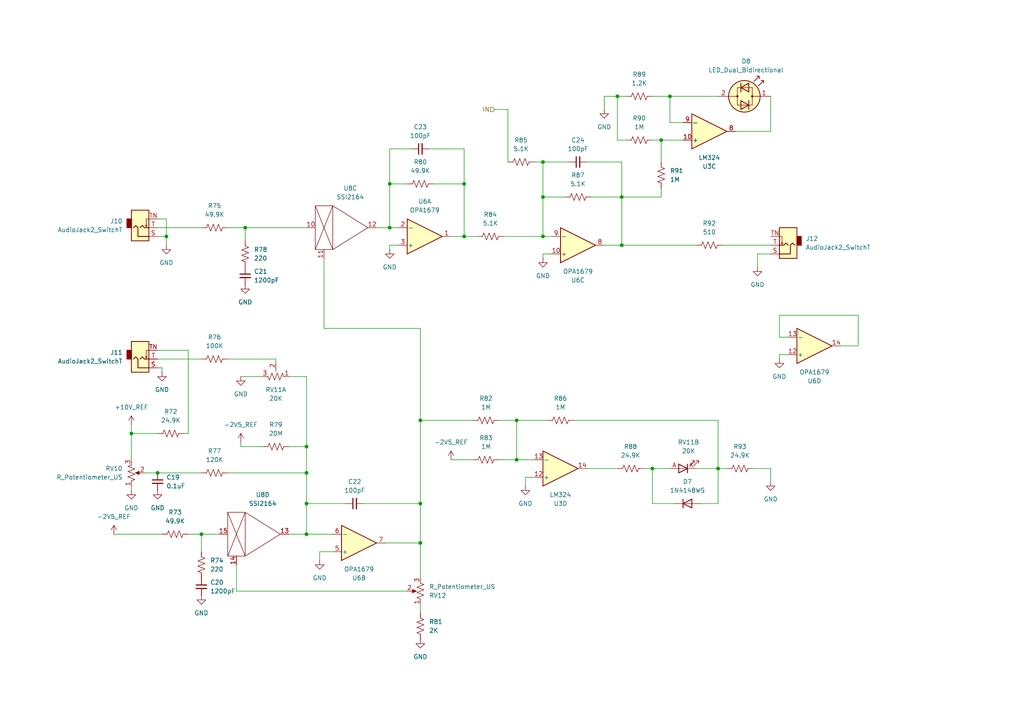
<source format=kicad_sch>
(kicad_sch (version 20231120) (generator "eeschema") (generator_version "8.0")
  (paper "A4")
  (lib_symbols
    (symbol "Amplifier_Operational:LM324" (pin_names (offset 0.127))
      (property "Reference" "U" (at 0 5.08 0))
      (property "Value" "LM324" (at 0 -5.08 0))
      (symbol "LM324_1_1"
        (polyline (pts (xy -5.08 5.08) (xy 5.08 0) (xy -5.08 -5.08) (xy -5.08 5.08)) (stroke (width 0.254)) (fill (type background)))
        (pin output line (at 7.62 0 180) (length 2.54) (name "~") (number "1"))
        (pin input line (at -7.62 -2.54 0) (length 2.54) (name "-") (number "2"))
        (pin input line (at -7.62 2.54 0) (length 2.54) (name "+") (number "3"))
      )
      (symbol "LM324_2_1"
        (polyline (pts (xy -5.08 5.08) (xy 5.08 0) (xy -5.08 -5.08) (xy -5.08 5.08)) (stroke (width 0.254)) (fill (type background)))
        (pin input line (at -7.62 2.54 0) (length 2.54) (name "+") (number "5"))
        (pin input line (at -7.62 -2.54 0) (length 2.54) (name "-") (number "6"))
        (pin output line (at 7.62 0 180) (length 2.54) (name "~") (number "7"))
      )
      (symbol "LM324_3_1"
        (polyline (pts (xy -5.08 5.08) (xy 5.08 0) (xy -5.08 -5.08) (xy -5.08 5.08)) (stroke (width 0.254)) (fill (type background)))
        (pin input line (at -7.62 2.54 0) (length 2.54) (name "+") (number "10"))
        (pin output line (at 7.62 0 180) (length 2.54) (name "~") (number "8"))
        (pin input line (at -7.62 -2.54 0) (length 2.54) (name "-") (number "9"))
      )
      (symbol "LM324_4_1"
        (polyline (pts (xy -5.08 5.08) (xy 5.08 0) (xy -5.08 -5.08) (xy -5.08 5.08)) (stroke (width 0.254)) (fill (type background)))
        (pin input line (at -7.62 2.54 0) (length 2.54) (name "+") (number "12"))
        (pin input line (at -7.62 -2.54 0) (length 2.54) (name "-") (number "13"))
        (pin output line (at 7.62 0 180) (length 2.54) (name "~") (number "14"))
      )
      (symbol "LM324_5_1"
        (pin power_in line (at -2.54 -7.62 90) (length 3.81) (name "V-") (number "11"))
        (pin power_in line (at -2.54 7.62 270) (length 3.81) (name "V+") (number "4"))
      )
    )
    (symbol "Amplifier_Operational:OPA1679" (pin_names (offset 0.127))
      (property "Reference" "U" (at 0 5.08 0))
      (property "Value" "OPA1679" (at 0 -5.08 0))
      (symbol "OPA1679_1_1"
        (polyline (pts (xy -5.08 5.08) (xy 5.08 0) (xy -5.08 -5.08) (xy -5.08 5.08)) (stroke (width 0.254)) (fill (type background)))
        (pin output line (at 7.62 0 180) (length 2.54) (name "~") (number "1"))
        (pin input line (at -7.62 -2.54 0) (length 2.54) (name "-") (number "2"))
        (pin input line (at -7.62 2.54 0) (length 2.54) (name "+") (number "3"))
      )
      (symbol "OPA1679_2_1"
        (polyline (pts (xy -5.08 5.08) (xy 5.08 0) (xy -5.08 -5.08) (xy -5.08 5.08)) (stroke (width 0.254)) (fill (type background)))
        (pin input line (at -7.62 2.54 0) (length 2.54) (name "+") (number "5"))
        (pin input line (at -7.62 -2.54 0) (length 2.54) (name "-") (number "6"))
        (pin output line (at 7.62 0 180) (length 2.54) (name "~") (number "7"))
      )
      (symbol "OPA1679_3_1"
        (polyline (pts (xy -5.08 5.08) (xy 5.08 0) (xy -5.08 -5.08) (xy -5.08 5.08)) (stroke (width 0.254)) (fill (type background)))
        (pin input line (at -7.62 2.54 0) (length 2.54) (name "+") (number "10"))
        (pin output line (at 7.62 0 180) (length 2.54) (name "~") (number "8"))
        (pin input line (at -7.62 -2.54 0) (length 2.54) (name "-") (number "9"))
      )
      (symbol "OPA1679_4_1"
        (polyline (pts (xy -5.08 5.08) (xy 5.08 0) (xy -5.08 -5.08) (xy -5.08 5.08)) (stroke (width 0.254)) (fill (type background)))
        (pin input line (at -7.62 2.54 0) (length 2.54) (name "+") (number "12"))
        (pin input line (at -7.62 -2.54 0) (length 2.54) (name "-") (number "13"))
        (pin output line (at 7.62 0 180) (length 2.54) (name "~") (number "14"))
      )
      (symbol "OPA1679_5_1"
        (pin power_in line (at -2.54 -7.62 90) (length 3.81) (name "V-") (number "11"))
        (pin power_in line (at -2.54 7.62 270) (length 3.81) (name "V+") (number "4"))
      )
    )
    (symbol "Connector_Audio:AudioJack2_SwitchT"
      (property "Reference" "J" (at 0 8.89 0))
      (property "Value" "AudioJack2_SwitchT" (at 0 6.35 0))
      (symbol "AudioJack2_SwitchT_0_1"
        (rectangle (start -2.54 0) (end -3.81 -2.54) (stroke (width 0.254)) (fill (type outline)))
        (polyline (pts (xy 1.778 -0.254) (xy 2.032 -0.762)))
        (polyline (pts (xy 0 0) (xy 0.635 -0.635) (xy 1.27 0) (xy 2.54 0)) (stroke (width 0.254)))
        (polyline (pts (xy 2.54 -2.54) (xy 1.778 -2.54) (xy 1.778 -0.254) (xy 1.524 -0.762)))
        (polyline (pts (xy 2.54 2.54) (xy -0.635 2.54) (xy -0.635 0) (xy -1.27 -0.635) (xy -1.905 0)) (stroke (width 0.254)))
        (rectangle (start 2.54 3.81) (end -2.54 -5.08) (stroke (width 0.254)) (fill (type background)))
      )
      (symbol "AudioJack2_SwitchT_1_1"
        (pin passive line (at 5.08 2.54 180) (length 2.54) (name "~") (number "S"))
        (pin passive line (at 5.08 0 180) (length 2.54) (name "~") (number "T"))
        (pin passive line (at 5.08 -2.54 180) (length 2.54) (name "~") (number "TN"))
      )
    )
    (symbol "Device:C_Small" (pin_numbers hide) (pin_names (offset 0.254) hide)
      (property "Reference" "C" (at 0.254 1.778 0))
      (property "Value" "C_Small" (at 0.254 -2.032 0))
      (symbol "C_Small_0_1"
        (polyline (pts (xy -1.524 -0.508) (xy 1.524 -0.508)) (stroke (width 0.3302)))
        (polyline (pts (xy -1.524 0.508) (xy 1.524 0.508)) (stroke (width 0.3048)))
      )
      (symbol "C_Small_1_1"
        (pin passive line (at 0 2.54 270) (length 2.032) (name "~") (number "1"))
        (pin passive line (at 0 -2.54 90) (length 2.032) (name "~") (number "2"))
      )
    )
    (symbol "Device:LED_Dual_Bidirectional" (pin_names (offset 0) hide)
      (property "Reference" "D" (at 0 5.715 0))
      (property "Value" "LED_Dual_Bidirectional" (at 0 -6.35 0))
      (symbol "LED_Dual_Bidirectional_0_1"
        (circle (center -2.032 0) (radius 0.254) (fill (type outline)))
        (polyline (pts (xy -4.572 0) (xy -2.54 0)))
        (polyline (pts (xy -2.032 0) (xy -2.54 0)))
        (polyline (pts (xy -1.016 3.81) (xy -1.016 1.27)) (stroke (width 0.254)))
        (polyline (pts (xy 1.27 -1.27) (xy 1.27 -3.81)) (stroke (width 0.254)))
        (polyline (pts (xy 4.064 0) (xy 2.286 0)) (fill (type outline)))
        (polyline (pts (xy 4.318 5.842) (xy 4.318 5.08)) (stroke (width 0.2032)))
        (polyline (pts (xy 5.588 4.572) (xy 5.588 3.81)) (stroke (width 0.2032)))
        (polyline (pts (xy 2.794 4.318) (xy 4.318 5.842) (xy 3.556 5.842)) (stroke (width 0.2032)))
        (polyline (pts (xy 4.064 3.048) (xy 5.588 4.572) (xy 4.826 4.572)) (stroke (width 0.2032)))
        (polyline (pts (xy -1.016 -1.27) (xy -1.016 -3.81) (xy 1.27 -2.54) (xy -1.016 -1.27)) (stroke (width 0.254)))
        (polyline (pts (xy 1.27 3.81) (xy 1.27 1.27) (xy -1.016 2.54) (xy 1.27 3.81)) (stroke (width 0.254)))
        (polyline (pts (xy 2.286 2.54) (xy -2.032 2.54) (xy -2.032 -2.54) (xy 2.286 -2.54) (xy 2.286 2.54)))
        (circle (center 0 0) (radius 4.572) (stroke (width 0.254)) (fill (type background)))
        (circle (center 2.286 0) (radius 0.254) (fill (type outline)))
      )
      (symbol "LED_Dual_Bidirectional_1_1"
        (pin input line (at 7.62 0 180) (length 3.81) (name "KA") (number "1"))
        (pin input line (at -7.62 0 0) (length 3.048) (name "AK") (number "2"))
      )
    )
    (symbol "Device:R_Potentiometer_US" (pin_names (offset 1.016) hide)
      (property "Reference" "RV" (at -4.445 0 90))
      (property "Value" "R_Potentiometer_US" (at -2.54 0 90))
      (symbol "R_Potentiometer_US_0_1"
        (polyline (pts (xy 0 -2.286) (xy 0 -2.54)))
        (polyline (pts (xy 0 2.54) (xy 0 2.286)))
        (polyline (pts (xy 2.54 0) (xy 1.524 0)))
        (polyline (pts (xy 1.143 0) (xy 2.286 0.508) (xy 2.286 -0.508) (xy 1.143 0)) (fill (type outline)))
        (polyline (pts (xy 0 -0.762) (xy 1.016 -1.143) (xy 0 -1.524) (xy -1.016 -1.905) (xy 0 -2.286)))
        (polyline (pts (xy 0 0.762) (xy 1.016 0.381) (xy 0 0) (xy -1.016 -0.381) (xy 0 -0.762)))
        (polyline (pts (xy 0 2.286) (xy 1.016 1.905) (xy 0 1.524) (xy -1.016 1.143) (xy 0 0.762)))
      )
      (symbol "R_Potentiometer_US_1_1"
        (pin passive line (at 0 3.81 270) (length 1.27) (name "1") (number "1"))
        (pin passive line (at 3.81 0 180) (length 1.27) (name "2") (number "2"))
        (pin passive line (at 0 -3.81 90) (length 1.27) (name "3") (number "3"))
      )
    )
    (symbol "Device:R_US" (pin_numbers hide) (pin_names (offset 0))
      (property "Reference" "R" (at 2.54 0 90))
      (property "Value" "R_US" (at -2.54 0 90))
      (symbol "R_US_0_1"
        (polyline (pts (xy 0 -2.286) (xy 0 -2.54)))
        (polyline (pts (xy 0 2.286) (xy 0 2.54)))
        (polyline (pts (xy 0 -0.762) (xy 1.016 -1.143) (xy 0 -1.524) (xy -1.016 -1.905) (xy 0 -2.286)))
        (polyline (pts (xy 0 0.762) (xy 1.016 0.381) (xy 0 0) (xy -1.016 -0.381) (xy 0 -0.762)))
        (polyline (pts (xy 0 2.286) (xy 1.016 1.905) (xy 0 1.524) (xy -1.016 1.143) (xy 0 0.762)))
      )
      (symbol "R_US_1_1"
        (pin passive line (at 0 3.81 270) (length 1.27) (name "~") (number "1"))
        (pin passive line (at 0 -3.81 90) (length 1.27) (name "~") (number "2"))
      )
    )
    (symbol "Diode:1N4148WS" (pin_numbers hide) (pin_names hide)
      (property "Reference" "D" (at 0 2.54 0))
      (property "Value" "1N4148WS" (at 0 -2.54 0))
      (symbol "1N4148WS_0_1"
        (polyline (pts (xy -1.27 1.27) (xy -1.27 -1.27)) (stroke (width 0.254)))
        (polyline (pts (xy 1.27 0) (xy -1.27 0)))
        (polyline (pts (xy 1.27 1.27) (xy 1.27 -1.27) (xy -1.27 0) (xy 1.27 1.27)) (stroke (width 0.254)))
      )
      (symbol "1N4148WS_1_1"
        (pin passive line (at -3.81 0 0) (length 2.54) (name "K") (number "1"))
        (pin passive line (at 3.81 0 180) (length 2.54) (name "A") (number "2"))
      )
    )
    (symbol "PS30L-R01BR20KN_1" (pin_names (offset 0) hide)
      (property "Reference" "RV" (at 0.254 -3.81 0))
      (property "Value" "20K" (at 0.508 -5.588 0))
      (symbol "PS30L-R01BR20KN_1_1_1"
        (polyline (pts (xy 0 -6.096) (xy 0 -6.35)))
        (polyline (pts (xy 0 -1.27) (xy 0 -1.524)))
        (polyline (pts (xy 2.54 -3.81) (xy 1.524 -3.81)))
        (polyline (pts (xy 0 -4.572) (xy 1.016 -4.953) (xy 0 -5.334) (xy -1.016 -5.715) (xy 0 -6.096)))
        (polyline (pts (xy 0 -3.048) (xy 1.016 -3.429) (xy 0 -3.81) (xy -1.016 -4.191) (xy 0 -4.572)))
        (polyline (pts (xy 0 -1.524) (xy 1.016 -1.905) (xy 0 -2.286) (xy -1.016 -2.667) (xy 0 -3.048)))
        (pin passive line (at 0 0 270) (length 1.27) (name "1") (number "1"))
        (pin passive line (at 3.81 -3.81 180) (length 1.27) (name "2") (number "2"))
        (pin passive line (at 0 -7.62 90) (length 1.27) (name "3") (number "3"))
      )
      (symbol "PS30L-R01BR20KN_1_2_1"
        (polyline (pts (xy 0 -1.27) (xy 0 1.27)) (stroke (width 0.254)))
        (polyline (pts (xy 0 0) (xy 2.54 0)))
        (polyline (pts (xy 2.54 -1.27) (xy 2.54 1.27) (xy 0 0) (xy 2.54 -1.27)) (stroke (width 0.254)))
        (polyline (pts (xy -1.778 -0.762) (xy -3.302 -2.286) (xy -2.54 -2.286) (xy -3.302 -2.286) (xy -3.302 -1.524)))
        (polyline (pts (xy -0.508 -0.762) (xy -2.032 -2.286) (xy -1.27 -2.286) (xy -2.032 -2.286) (xy -2.032 -1.524)))
        (pin passive line (at 5.08 0 180) (length 2.54) (name "A") (number "A"))
        (pin passive line (at -2.54 0 0) (length 2.54) (name "K") (number "K"))
      )
    )
    (symbol "SSI2164_1" (pin_names (offset 0) hide)
      (property "Reference" "U" (at 1.016 1.27 0))
      (property "Value" "SSI2164" (at 0 0 0))
      (symbol "SSI2164_1_1_1"
        (polyline (pts (xy 0 0) (xy 0 -12.7) (xy 5.08 -12.7) (xy 5.08 0) (xy 0 0) (xy 5.08 0) (xy 15.24 -6.35) (xy 5.08 -12.7) (xy 0 0) (xy 5.08 0) (xy 0 -12.7)))
        (pin input line (at -2.54 -6.35 0) (length 2.54) (name "INA") (number "2"))
        (pin input line (at 2.54 -15.24 90) (length 2.54) (name "CVA") (number "3"))
        (pin output line (at 17.78 -6.35 180) (length 2.54) (name "OUTA") (number "4"))
      )
      (symbol "SSI2164_1_1_2"
        (pin input line (at -2.54 -7.62 0) (length 2.54) (name "INA") (number "2"))
        (pin input line (at 3.81 -17.78 90) (length 2.54) (name "CVA") (number "3"))
        (pin output line (at 22.86 -7.62 180) (length 2.54) (name "OUTA") (number "4"))
      )
      (symbol "SSI2164_1_2_1"
        (polyline (pts (xy 0 0) (xy 0 -12.7) (xy 5.08 -12.7) (xy 5.08 0) (xy 0 0) (xy 5.08 0) (xy 15.24 -6.35) (xy 5.08 -12.7) (xy 0 0) (xy 5.08 0) (xy 0 -12.7)))
        (pin output line (at 17.78 -6.35 180) (length 2.54) (name "OUTB") (number "5"))
        (pin input line (at 2.54 -15.24 90) (length 2.54) (name "CVB") (number "6"))
        (pin input line (at -2.54 -6.35 0) (length 2.54) (name "INB") (number "7"))
      )
      (symbol "SSI2164_1_2_2"
        (pin output line (at 22.86 -7.62 180) (length 2.54) (name "OUTB") (number "5"))
        (pin input line (at 3.81 -17.78 90) (length 2.54) (name "CVB") (number "6"))
        (pin input line (at -2.54 -7.62 0) (length 2.54) (name "INB") (number "7"))
      )
      (symbol "SSI2164_1_3_1"
        (polyline (pts (xy 0 0) (xy 0 -12.7) (xy 5.08 -12.7) (xy 5.08 0) (xy 0 0) (xy 5.08 0) (xy 15.24 -6.35) (xy 5.08 -12.7) (xy 0 0) (xy 5.08 0) (xy 0 -12.7)))
        (pin input line (at -2.54 -6.35 0) (length 2.54) (name "INC") (number "10"))
        (pin input line (at 2.54 -15.24 90) (length 2.54) (name "CVC") (number "11"))
        (pin output line (at 17.78 -6.35 180) (length 2.54) (name "OUTC") (number "12"))
      )
      (symbol "SSI2164_1_3_2"
        (pin input line (at -2.54 -7.62 0) (length 2.54) (name "INC") (number "10"))
        (pin input line (at 3.81 -17.78 90) (length 2.54) (name "CVC") (number "11"))
        (pin output line (at 22.86 -7.62 180) (length 2.54) (name "OUTC") (number "12"))
      )
      (symbol "SSI2164_1_4_1"
        (polyline (pts (xy 0 0) (xy 0 -12.7) (xy 5.08 -12.7) (xy 5.08 0) (xy 0 0) (xy 5.08 0) (xy 15.24 -6.35) (xy 5.08 -12.7) (xy 0 0) (xy 5.08 0) (xy 0 -12.7)))
        (pin output line (at 17.78 -6.35 180) (length 2.54) (name "OUTD") (number "13"))
        (pin input line (at 2.54 -15.24 90) (length 2.54) (name "CVD") (number "14"))
        (pin input line (at -2.54 -6.35 0) (length 2.54) (name "IND") (number "15"))
      )
      (symbol "SSI2164_1_4_2"
        (pin output line (at 22.86 -7.62 180) (length 2.54) (name "OUTD") (number "13"))
        (pin input line (at 3.81 -17.78 90) (length 2.54) (name "CVD") (number "14"))
        (pin input line (at -2.54 -7.62 0) (length 2.54) (name "IND") (number "15"))
      )
      (symbol "SSI2164_1_5_1"
        (rectangle (start 0 0) (end 7.62 -12.7))
        (text "GND\n" (at 4.826 -8.89 0) (effects (font (size 1.27 1.27))))
        (text "MODE\n" (at 4.318 -3.81 0) (effects (font (size 1.27 1.27))))
        (text "V+" (at 3.81 -1.524 0) (effects (font (size 1.27 1.27))))
        (text "V-\n" (at 3.81 -11.684 0) (effects (font (size 1.27 1.27))))
        (pin input line (at 10.16 -3.81 180) (length 2.54) (name "MODE") (number "1"))
        (pin power_in line (at 3.81 2.54 270) (length 2.54) (name "V+") (number "16"))
        (pin power_in line (at 10.16 -8.89 180) (length 2.54) (name "GND") (number "8"))
        (pin power_in line (at 3.81 -15.24 90) (length 2.54) (name "V-") (number "9"))
      )
      (symbol "SSI2164_1_5_2"
        (pin input line (at 10.16 -3.81 180) (length 2.54) (name "MODE") (number "1"))
        (pin power_in line (at 3.81 2.54 270) (length 2.54) (name "V+") (number "16"))
        (pin power_in line (at 10.16 -8.89 180) (length 2.54) (name "GND") (number "8"))
        (pin power_in line (at 3.81 -15.24 90) (length 2.54) (name "V-") (number "9"))
      )
    )
    (symbol "Synthesizer:SSI2164" (pin_names (offset 0) hide)
      (property "Reference" "U" (at 1.016 1.27 0))
      (property "Value" "SSI2164" (at 0 0 0))
      (symbol "SSI2164_1_1"
        (polyline (pts (xy 0 0) (xy 0 -12.7) (xy 5.08 -12.7) (xy 5.08 0) (xy 0 0) (xy 5.08 0) (xy 15.24 -6.35) (xy 5.08 -12.7) (xy 0 0) (xy 5.08 0) (xy 0 -12.7)))
        (pin input line (at -2.54 -6.35 0) (length 2.54) (name "INA") (number "2"))
        (pin input line (at 2.54 -15.24 90) (length 2.54) (name "CVA") (number "3"))
        (pin output line (at 17.78 -6.35 180) (length 2.54) (name "OUTA") (number "4"))
      )
      (symbol "SSI2164_1_2"
        (pin input line (at -2.54 -7.62 0) (length 2.54) (name "INA") (number "2"))
        (pin input line (at 3.81 -17.78 90) (length 2.54) (name "CVA") (number "3"))
        (pin output line (at 22.86 -7.62 180) (length 2.54) (name "OUTA") (number "4"))
      )
      (symbol "SSI2164_2_1"
        (polyline (pts (xy 0 0) (xy 0 -12.7) (xy 5.08 -12.7) (xy 5.08 0) (xy 0 0) (xy 5.08 0) (xy 15.24 -6.35) (xy 5.08 -12.7) (xy 0 0) (xy 5.08 0) (xy 0 -12.7)))
        (pin output line (at 17.78 -6.35 180) (length 2.54) (name "OUTB") (number "5"))
        (pin input line (at 2.54 -15.24 90) (length 2.54) (name "CVB") (number "6"))
        (pin input line (at -2.54 -6.35 0) (length 2.54) (name "INB") (number "7"))
      )
      (symbol "SSI2164_2_2"
        (pin output line (at 22.86 -7.62 180) (length 2.54) (name "OUTB") (number "5"))
        (pin input line (at 3.81 -17.78 90) (length 2.54) (name "CVB") (number "6"))
        (pin input line (at -2.54 -7.62 0) (length 2.54) (name "INB") (number "7"))
      )
      (symbol "SSI2164_3_1"
        (polyline (pts (xy 0 0) (xy 0 -12.7) (xy 5.08 -12.7) (xy 5.08 0) (xy 0 0) (xy 5.08 0) (xy 15.24 -6.35) (xy 5.08 -12.7) (xy 0 0) (xy 5.08 0) (xy 0 -12.7)))
        (pin input line (at -2.54 -6.35 0) (length 2.54) (name "INC") (number "10"))
        (pin input line (at 2.54 -15.24 90) (length 2.54) (name "CVC") (number "11"))
        (pin output line (at 17.78 -6.35 180) (length 2.54) (name "OUTC") (number "12"))
      )
      (symbol "SSI2164_3_2"
        (pin input line (at -2.54 -7.62 0) (length 2.54) (name "INC") (number "10"))
        (pin input line (at 3.81 -17.78 90) (length 2.54) (name "CVC") (number "11"))
        (pin output line (at 22.86 -7.62 180) (length 2.54) (name "OUTC") (number "12"))
      )
      (symbol "SSI2164_4_1"
        (polyline (pts (xy 0 0) (xy 0 -12.7) (xy 5.08 -12.7) (xy 5.08 0) (xy 0 0) (xy 5.08 0) (xy 15.24 -6.35) (xy 5.08 -12.7) (xy 0 0) (xy 5.08 0) (xy 0 -12.7)))
        (pin output line (at 17.78 -6.35 180) (length 2.54) (name "OUTD") (number "13"))
        (pin input line (at 2.54 -15.24 90) (length 2.54) (name "CVD") (number "14"))
        (pin input line (at -2.54 -6.35 0) (length 2.54) (name "IND") (number "15"))
      )
      (symbol "SSI2164_4_2"
        (pin output line (at 22.86 -7.62 180) (length 2.54) (name "OUTD") (number "13"))
        (pin input line (at 3.81 -17.78 90) (length 2.54) (name "CVD") (number "14"))
        (pin input line (at -2.54 -7.62 0) (length 2.54) (name "IND") (number "15"))
      )
      (symbol "SSI2164_5_1"
        (rectangle (start 0 0) (end 7.62 -12.7))
        (text "GND\n" (at 4.826 -8.89 0) (effects (font (size 1.27 1.27))))
        (text "MODE\n" (at 4.318 -3.81 0) (effects (font (size 1.27 1.27))))
        (text "V+" (at 3.81 -1.524 0) (effects (font (size 1.27 1.27))))
        (text "V-\n" (at 3.81 -11.684 0) (effects (font (size 1.27 1.27))))
        (pin input line (at 10.16 -3.81 180) (length 2.54) (name "MODE") (number "1"))
        (pin power_in line (at 3.81 2.54 270) (length 2.54) (name "V+") (number "16"))
        (pin power_in line (at 10.16 -8.89 180) (length 2.54) (name "GND") (number "8"))
        (pin power_in line (at 3.81 -15.24 90) (length 2.54) (name "V-") (number "9"))
      )
      (symbol "SSI2164_5_2"
        (pin input line (at 10.16 -3.81 180) (length 2.54) (name "MODE") (number "1"))
        (pin power_in line (at 3.81 2.54 270) (length 2.54) (name "V+") (number "16"))
        (pin power_in line (at 10.16 -8.89 180) (length 2.54) (name "GND") (number "8"))
        (pin power_in line (at 3.81 -15.24 90) (length 2.54) (name "V-") (number "9"))
      )
    )
    (symbol "power:+10V" (power) (pin_numbers hide) (pin_names (offset 0) hide)
      (property "Value" "+10V" (at 0 3.556 0))
      (symbol "+10V_0_1"
        (polyline (pts (xy -0.762 1.27) (xy 0 2.54)))
        (polyline (pts (xy 0 0) (xy 0 2.54)))
        (polyline (pts (xy 0 2.54) (xy 0.762 1.27)))
      )
      (symbol "+10V_1_1"
        (pin power_in line (at 0 0 90) (length 0) (name "~") (number "1"))
      )
    )
    (symbol "power:+2V5" (power) (pin_numbers hide) (pin_names (offset 0) hide)
      (property "Value" "+2V5" (at 0 3.556 0))
      (symbol "+2V5_0_1"
        (polyline (pts (xy -0.762 1.27) (xy 0 2.54)))
        (polyline (pts (xy 0 0) (xy 0 2.54)))
        (polyline (pts (xy 0 2.54) (xy 0.762 1.27)))
      )
      (symbol "+2V5_1_1"
        (pin power_in line (at 0 0 90) (length 0) (name "~") (number "1"))
      )
    )
    (symbol "power:GND" (power) (pin_numbers hide) (pin_names (offset 0) hide)
      (property "Value" "GND" (at 0 -3.81 0))
      (symbol "GND_0_1"
        (polyline (pts (xy 0 0) (xy 0 -1.27) (xy 1.27 -1.27) (xy 0 -2.54) (xy -1.27 -1.27) (xy 0 -1.27)))
      )
      (symbol "GND_1_1"
        (pin power_in line (at 0 0 270) (length 0) (name "~") (number "1"))
      )
    )
  )
  (junction (at 208.28 135.89))
  (junction (at 113.03 53.34))
  (junction (at 149.86 121.92))
  (junction (at 134.62 53.34))
  (junction (at 149.86 133.35))
  (junction (at 157.48 46.99))
  (junction (at 180.34 71.12))
  (junction (at 121.92 146.05))
  (junction (at 121.92 157.48))
  (junction (at 180.34 57.15))
  (junction (at 179.07 27.94))
  (junction (at 191.77 40.64))
  (junction (at 194.31 27.94))
  (junction (at 71.12 66.04))
  (junction (at 88.9 146.05))
  (junction (at 88.9 137.16))
  (junction (at 88.9 129.54))
  (junction (at 157.48 68.58))
  (junction (at 58.42 154.94))
  (junction (at 134.62 68.58))
  (junction (at 113.03 66.04))
  (junction (at 45.72 137.16))
  (junction (at 189.23 135.89))
  (junction (at 121.92 121.92))
  (junction (at 88.9 154.94))
  (junction (at 38.1 125.73))
  (junction (at 157.48 57.15))
  (junction (at 48.26 68.58))
  (wire (pts (xy 66.04 137.16) (xy 88.9 137.16)))
  (wire (pts (xy 171.45 57.15) (xy 180.34 57.15)))
  (wire (pts (xy 189.23 27.94) (xy 194.31 27.94)))
  (wire (pts (xy 134.62 68.58) (xy 130.81 68.58)))
  (wire (pts (xy 88.9 129.54) (xy 88.9 137.16)))
  (wire (pts (xy 218.44 135.89) (xy 223.52 135.89)))
  (wire (pts (xy 175.26 31.75) (xy 175.26 27.94)))
  (wire (pts (xy 143.51 31.75) (xy 147.32 31.75)))
  (wire (pts (xy 68.58 171.45) (xy 68.58 163.83)))
  (wire (pts (xy 38.1 140.97) (xy 38.1 142.24)))
  (wire (pts (xy 121.92 167.64) (xy 121.92 157.48)))
  (wire (pts (xy 45.72 137.16) (xy 58.42 137.16)))
  (wire (pts (xy 189.23 40.64) (xy 191.77 40.64)))
  (wire (pts (xy 88.9 146.05) (xy 88.9 154.94)))
  (wire (pts (xy 144.78 133.35) (xy 149.86 133.35)))
  (wire (pts (xy 111.76 157.48) (xy 121.92 157.48)))
  (wire (pts (xy 248.92 100.33) (xy 243.84 100.33)))
  (wire (pts (xy 88.9 109.22) (xy 88.9 129.54)))
  (wire (pts (xy 191.77 40.64) (xy 198.12 40.64)))
  (wire (pts (xy 105.41 146.05) (xy 121.92 146.05)))
  (wire (pts (xy 194.31 35.56) (xy 198.12 35.56)))
  (wire (pts (xy 201.93 135.89) (xy 208.28 135.89)))
  (wire (pts (xy 137.16 121.92) (xy 121.92 121.92)))
  (wire (pts (xy 45.72 106.68) (xy 46.99 106.68)))
  (wire (pts (xy 88.9 154.94) (xy 96.52 154.94)))
  (wire (pts (xy 146.05 68.58) (xy 157.48 68.58)))
  (wire (pts (xy 119.38 43.18) (xy 113.03 43.18)))
  (wire (pts (xy 226.06 91.44) (xy 226.06 97.79)))
  (wire (pts (xy 58.42 154.94) (xy 63.5 154.94)))
  (wire (pts (xy 71.12 69.85) (xy 71.12 66.04)))
  (wire (pts (xy 179.07 27.94) (xy 179.07 40.64)))
  (wire (pts (xy 92.71 160.02) (xy 92.71 162.56)))
  (wire (pts (xy 71.12 66.04) (xy 66.04 66.04)))
  (wire (pts (xy 33.02 154.94) (xy 46.99 154.94)))
  (wire (pts (xy 54.61 154.94) (xy 58.42 154.94)))
  (wire (pts (xy 186.69 135.89) (xy 189.23 135.89)))
  (wire (pts (xy 208.28 146.05) (xy 208.28 135.89)))
  (wire (pts (xy 69.85 129.54) (xy 69.85 128.27)))
  (wire (pts (xy 219.71 73.66) (xy 219.71 77.47)))
  (wire (pts (xy 41.91 137.16) (xy 45.72 137.16)))
  (wire (pts (xy 203.2 146.05) (xy 208.28 146.05)))
  (wire (pts (xy 165.1 46.99) (xy 157.48 46.99)))
  (wire (pts (xy 121.92 175.26) (xy 121.92 177.8)))
  (wire (pts (xy 160.02 73.66) (xy 157.48 73.66)))
  (wire (pts (xy 180.34 71.12) (xy 201.93 71.12)))
  (wire (pts (xy 248.92 91.44) (xy 248.92 100.33)))
  (wire (pts (xy 53.34 125.73) (xy 54.61 125.73)))
  (wire (pts (xy 96.52 160.02) (xy 92.71 160.02)))
  (wire (pts (xy 109.22 66.04) (xy 113.03 66.04)))
  (wire (pts (xy 170.18 46.99) (xy 180.34 46.99)))
  (wire (pts (xy 191.77 57.15) (xy 180.34 57.15)))
  (wire (pts (xy 45.72 104.14) (xy 58.42 104.14)))
  (wire (pts (xy 93.98 74.93) (xy 93.98 95.25)))
  (wire (pts (xy 45.72 66.04) (xy 58.42 66.04)))
  (wire (pts (xy 134.62 43.18) (xy 134.62 53.34)))
  (wire (pts (xy 149.86 121.92) (xy 149.86 133.35)))
  (wire (pts (xy 154.94 46.99) (xy 157.48 46.99)))
  (wire (pts (xy 80.01 104.14) (xy 80.01 105.41)))
  (wire (pts (xy 166.37 121.92) (xy 208.28 121.92)))
  (wire (pts (xy 147.32 31.75) (xy 147.32 46.99)))
  (wire (pts (xy 113.03 43.18) (xy 113.03 53.34)))
  (wire (pts (xy 76.2 129.54) (xy 69.85 129.54)))
  (wire (pts (xy 113.03 53.34) (xy 113.03 66.04)))
  (wire (pts (xy 54.61 101.6) (xy 45.72 101.6)))
  (wire (pts (xy 71.12 66.04) (xy 88.9 66.04)))
  (wire (pts (xy 208.28 27.94) (xy 194.31 27.94)))
  (wire (pts (xy 69.85 109.22) (xy 76.2 109.22)))
  (wire (pts (xy 54.61 125.73) (xy 54.61 101.6)))
  (wire (pts (xy 83.82 129.54) (xy 88.9 129.54)))
  (wire (pts (xy 226.06 91.44) (xy 248.92 91.44)))
  (wire (pts (xy 83.82 109.22) (xy 88.9 109.22)))
  (wire (pts (xy 157.48 46.99) (xy 157.48 57.15)))
  (wire (pts (xy 66.04 104.14) (xy 80.01 104.14)))
  (wire (pts (xy 88.9 146.05) (xy 100.33 146.05)))
  (wire (pts (xy 223.52 38.1) (xy 223.52 27.94)))
  (wire (pts (xy 194.31 27.94) (xy 194.31 35.56)))
  (wire (pts (xy 191.77 54.61) (xy 191.77 57.15)))
  (wire (pts (xy 88.9 154.94) (xy 83.82 154.94)))
  (wire (pts (xy 118.11 171.45) (xy 68.58 171.45)))
  (wire (pts (xy 208.28 121.92) (xy 208.28 135.89)))
  (wire (pts (xy 213.36 38.1) (xy 223.52 38.1)))
  (wire (pts (xy 228.6 102.87) (xy 226.06 102.87)))
  (wire (pts (xy 115.57 71.12) (xy 113.03 71.12)))
  (wire (pts (xy 88.9 137.16) (xy 88.9 146.05)))
  (wire (pts (xy 157.48 73.66) (xy 157.48 74.93)))
  (wire (pts (xy 38.1 123.19) (xy 38.1 125.73)))
  (wire (pts (xy 58.42 154.94) (xy 58.42 160.02)))
  (wire (pts (xy 163.83 57.15) (xy 157.48 57.15)))
  (wire (pts (xy 180.34 71.12) (xy 175.26 71.12)))
  (wire (pts (xy 93.98 95.25) (xy 121.92 95.25)))
  (wire (pts (xy 152.4 138.43) (xy 152.4 140.97)))
  (wire (pts (xy 223.52 135.89) (xy 223.52 139.7)))
  (wire (pts (xy 157.48 68.58) (xy 160.02 68.58)))
  (wire (pts (xy 191.77 40.64) (xy 191.77 46.99)))
  (wire (pts (xy 144.78 121.92) (xy 149.86 121.92)))
  (wire (pts (xy 48.26 71.12) (xy 48.26 68.58)))
  (wire (pts (xy 181.61 27.94) (xy 179.07 27.94)))
  (wire (pts (xy 226.06 102.87) (xy 226.06 104.14)))
  (wire (pts (xy 118.11 53.34) (xy 113.03 53.34)))
  (wire (pts (xy 113.03 71.12) (xy 113.03 72.39)))
  (wire (pts (xy 48.26 63.5) (xy 48.26 68.58)))
  (wire (pts (xy 209.55 71.12) (xy 223.52 71.12)))
  (wire (pts (xy 223.52 73.66) (xy 219.71 73.66)))
  (wire (pts (xy 45.72 63.5) (xy 48.26 63.5)))
  (wire (pts (xy 175.26 27.94) (xy 179.07 27.94)))
  (wire (pts (xy 226.06 97.79) (xy 228.6 97.79)))
  (wire (pts (xy 38.1 125.73) (xy 45.72 125.73)))
  (wire (pts (xy 134.62 53.34) (xy 134.62 68.58)))
  (wire (pts (xy 121.92 121.92) (xy 121.92 146.05)))
  (wire (pts (xy 46.99 106.68) (xy 46.99 107.95)))
  (wire (pts (xy 157.48 57.15) (xy 157.48 68.58)))
  (wire (pts (xy 189.23 146.05) (xy 189.23 135.89)))
  (wire (pts (xy 125.73 53.34) (xy 134.62 53.34)))
  (wire (pts (xy 170.18 135.89) (xy 179.07 135.89)))
  (wire (pts (xy 130.81 133.35) (xy 137.16 133.35)))
  (wire (pts (xy 149.86 133.35) (xy 154.94 133.35)))
  (wire (pts (xy 149.86 121.92) (xy 158.75 121.92)))
  (wire (pts (xy 121.92 146.05) (xy 121.92 157.48)))
  (wire (pts (xy 113.03 66.04) (xy 115.57 66.04)))
  (wire (pts (xy 180.34 57.15) (xy 180.34 71.12)))
  (wire (pts (xy 189.23 135.89) (xy 194.31 135.89)))
  (wire (pts (xy 121.92 95.25) (xy 121.92 121.92)))
  (wire (pts (xy 38.1 125.73) (xy 38.1 133.35)))
  (wire (pts (xy 124.46 43.18) (xy 134.62 43.18)))
  (wire (pts (xy 134.62 68.58) (xy 138.43 68.58)))
  (wire (pts (xy 179.07 40.64) (xy 181.61 40.64)))
  (wire (pts (xy 154.94 138.43) (xy 152.4 138.43)))
  (wire (pts (xy 48.26 68.58) (xy 45.72 68.58)))
  (wire (pts (xy 180.34 46.99) (xy 180.34 57.15)))
  (wire (pts (xy 208.28 135.89) (xy 210.82 135.89)))
  (wire (pts (xy 195.58 146.05) (xy 189.23 146.05)))
  (hierarchical_label "IN" (shape input) (at 143.51 31.75 180))
  (symbol (lib_id "Device:C_Small") (at 167.64 46.99 90) (unit 1)
    (property "Reference" "C24" (at 167.6463 40.64 90))
    (property "Value" "100pF" (at 167.6463 43.18 90))
    (property "Footprint" "Capacitor_SMD:C_0603_1608Metric" (effects (hide yes)))
    (property "Description" "Unpolarized capacitor, small symbol" (effects (hide yes)))
  )
  (symbol (lib_id "power:GND") (at 46.99 107.95 0) (unit 1)
    (property "Reference" "#PWR065" (effects (hide yes)))
    (property "Value" "GND" (at 46.99 113.03 0))
    (property "Description" "Power symbol creates a global label with name \"GND\" , ground" (effects (hide yes)))
  )
  (symbol (lib_id "Device:R_US") (at 142.24 68.58 90) (unit 1)
    (property "Reference" "R84" (at 142.24 62.23 90))
    (property "Value" "5.1K" (at 142.24 64.77 90))
    (property "Footprint" "Resistor_SMD:R_0603_1608Metric" (effects (hide yes)))
    (property "Description" "Resistor, US symbol" (effects (hide yes)))
  )
  (symbol (lib_id "Device:R_US") (at 58.42 163.83 180) (unit 1)
    (property "Reference" "R74" (at 60.96 162.5599 0) (effects (justify right)))
    (property "Value" "220" (at 60.96 165.0999 0) (effects (justify right)))
    (property "Footprint" "Resistor_SMD:R_0603_1608Metric" (effects (hide yes)))
    (property "Description" "Resistor, US symbol" (effects (hide yes)))
  )
  (symbol (lib_id "Device:R_US") (at 185.42 27.94 90) (unit 1)
    (property "Reference" "R89" (at 185.42 21.59 90))
    (property "Value" "1.2K" (at 185.42 24.13 90))
    (property "Footprint" "Resistor_SMD:R_0603_1608Metric" (effects (hide yes)))
    (property "Description" "Resistor, US symbol" (effects (hide yes)))
  )
  (symbol (lib_id "Amplifier_Operational:LM324") (at 205.74 38.1 0) (mirror x) (unit 3)
    (property "Reference" "U3" (at 205.74 48.26 0))
    (property "Value" "LM324" (at 205.74 45.72 0))
    (property "Footprint" "Package_SO:TSSOP-14_4.4x5mm_P0.65mm" (effects (hide yes)))
    (property "Datasheet" "http://www.ti.com/lit/ds/symlink/lm2902-n.pdf" (effects (hide yes)))
    (property "Description" "Low-Power, Quad-Operational Amplifiers, DIP-14/SOIC-14/SSOP-14" (effects (hide yes)))
  )
  (symbol (lib_id "power:GND") (at 38.1 142.24 0) (unit 1)
    (property "Reference" "#PWR063" (effects (hide yes)))
    (property "Value" "GND" (at 38.1 147.32 0))
    (property "Description" "Power symbol creates a global label with name \"GND\" , ground" (effects (hide yes)))
  )
  (symbol (lib_id "Device:R_US") (at 140.97 121.92 90) (unit 1)
    (property "Reference" "R82" (at 140.97 115.57 90))
    (property "Value" "1M" (at 140.97 118.11 90))
    (property "Footprint" "Resistor_SMD:R_0603_1608Metric" (effects (hide yes)))
    (property "Description" "Resistor, US symbol" (effects (hide yes)))
  )
  (symbol (lib_id "Device:C_Small") (at 102.87 146.05 90) (unit 1)
    (property "Reference" "C22" (at 102.8763 139.7 90))
    (property "Value" "100pF" (at 102.8763 142.24 90))
    (property "Footprint" "Capacitor_SMD:C_0603_1608Metric" (effects (hide yes)))
    (property "Description" "Unpolarized capacitor, small symbol" (effects (hide yes)))
  )
  (symbol (lib_id "Device:R_Potentiometer_US") (at 38.1 137.16 0) (mirror x) (unit 1)
    (property "Reference" "RV10" (at 35.56 135.8899 0) (effects (justify right)))
    (property "Value" "R_Potentiometer_US" (at 35.56 138.4299 0) (effects (justify right)))
    (property "Footprint" "Synthesizer:Potentiometer_Alpha_RV09AF-40-00D_Single_Vertical" (effects (hide yes)))
    (property "Description" "Potentiometer, US symbol" (effects (hide yes)))
  )
  (symbol (lib_id "Device:R_US") (at 80.01 129.54 90) (unit 1)
    (property "Reference" "R79" (at 80.01 123.19 90))
    (property "Value" "20M" (at 80.01 125.73 90))
    (property "Footprint" "Resistor_SMD:R_0603_1608Metric" (effects (hide yes)))
    (property "Description" "Resistor, US symbol" (effects (hide yes)))
  )
  (symbol (lib_id "Synthesizer:SSI2164") (at 66.04 148.59 0) (unit 4)
    (property "Reference" "U8" (at 76.2 143.51 0))
    (property "Value" "SSI2164" (at 76.2 146.05 0))
    (property "Footprint" "Package_SO:SOIC-16_3.9x9.9mm_P1.27mm" (effects (hide yes)))
  )
  (symbol (lib_id "power:+2V5") (at 69.85 128.27 0) (unit 1)
    (property "Reference" "#PWR069" (effects (hide yes)))
    (property "Value" "-2V5_REF" (at 69.85 123.19 0))
    (property "Description" "Power symbol creates a global label with name \"+2V5\"" (effects (hide yes)))
  )
  (symbol (lib_id "Device:R_US") (at 121.92 53.34 90) (unit 1)
    (property "Reference" "R80" (at 121.92 46.99 90))
    (property "Value" "49.9K" (at 121.92 49.53 90))
    (property "Footprint" "Resistor_SMD:R_0603_1608Metric" (effects (hide yes)))
    (property "Description" "Resistor, US symbol" (effects (hide yes)))
  )
  (symbol (lib_id "Device:R_US") (at 191.77 50.8 180) (unit 1)
    (property "Reference" "R91" (at 194.31 49.5299 0) (effects (justify right)))
    (property "Value" "1M" (at 194.31 52.0699 0) (effects (justify right)))
    (property "Footprint" "Resistor_SMD:R_0603_1608Metric" (effects (hide yes)))
    (property "Description" "Resistor, US symbol" (effects (hide yes)))
  )
  (symbol (lib_id "power:GND") (at 71.12 82.55 0) (unit 1)
    (property "Reference" "#PWR070" (effects (hide yes)))
    (property "Value" "GND" (at 71.12 87.63 0))
    (property "Description" "Power symbol creates a global label with name \"GND\" , ground" (effects (hide yes)))
  )
  (symbol (lib_id "Amplifier_Operational:OPA1679") (at 236.22 100.33 0) (mirror x) (unit 4)
    (property "Reference" "U6" (at 236.22 110.49 0))
    (property "Value" "OPA1679" (at 236.22 107.95 0))
    (property "Footprint" "Package_SO:TSSOP-14_4.4x5mm_P0.65mm" (effects (hide yes)))
    (property "Datasheet" "http://www.ti.com/lit/ds/symlink/opa1678.pdf" (effects (hide yes)))
    (property "Description" "Low-Distortion Audio Operational Amplifiers, SOIC-14/TSSOP-14" (effects (hide yes)))
  )
  (symbol (lib_id "Device:R_Potentiometer_US") (at 121.92 171.45 180) (unit 1)
    (property "Reference" "RV12" (at 124.46 172.7201 0) (effects (justify right)))
    (property "Value" "R_Potentiometer_US" (at 124.46 170.1801 0) (effects (justify right)))
    (property "Footprint" "Synthesizer:Potentiometer_Alpha_RV09AF-40-00D_Single_Vertical" (effects (hide yes)))
    (property "Description" "Potentiometer, US symbol" (effects (hide yes)))
  )
  (symbol (lib_id "power:GND") (at 175.26 31.75 0) (unit 1)
    (property "Reference" "#PWR077" (effects (hide yes)))
    (property "Value" "GND" (at 175.26 36.83 0))
    (property "Description" "Power symbol creates a global label with name \"GND\" , ground" (effects (hide yes)))
  )
  (symbol (lib_id "Device:C_Small") (at 71.12 80.01 0) (unit 1)
    (property "Reference" "C21" (at 73.66 78.7462 0) (effects (justify left)))
    (property "Value" "1200pF" (at 73.66 81.2862 0) (effects (justify left)))
    (property "Footprint" "Capacitor_SMD:C_0603_1608Metric" (effects (hide yes)))
    (property "Description" "Unpolarized capacitor, small symbol" (effects (hide yes)))
  )
  (symbol (lib_id "Connector_Audio:AudioJack2_SwitchT") (at 40.64 104.14 0) (mirror x) (unit 1)
    (property "Reference" "J11" (at 35.56 102.2349 0) (effects (justify right)))
    (property "Value" "AudioJack2_SwitchT" (at 35.56 104.7749 0) (effects (justify right)))
    (property "Footprint" "Connector_Audio:Jack_3.5mm_QingPu_WQP-PJ398SM_Vertical_CircularHoles" (effects (hide yes)))
    (property "Description" "Audio Jack, 2 Poles (Mono / TS), Switched T Pole (Normalling)" (effects (hide yes)))
  )
  (symbol (lib_id "Amplifier_Operational:OPA1679") (at 123.19 68.58 0) (mirror x) (unit 1)
    (property "Reference" "U6" (at 123.19 58.42 0))
    (property "Value" "OPA1679" (at 123.19 60.96 0))
    (property "Footprint" "Package_SO:TSSOP-14_4.4x5mm_P0.65mm" (effects (hide yes)))
    (property "Datasheet" "http://www.ti.com/lit/ds/symlink/opa1678.pdf" (effects (hide yes)))
    (property "Description" "Low-Distortion Audio Operational Amplifiers, SOIC-14/TSSOP-14" (effects (hide yes)))
  )
  (symbol (lib_id "power:+10V") (at 38.1 123.19 0) (unit 1)
    (property "Reference" "#PWR062" (effects (hide yes)))
    (property "Value" "+10V_REF" (at 38.1 118.11 0))
    (property "Description" "Power symbol creates a global label with name \"+10V\"" (effects (hide yes)))
  )
  (symbol (lib_id "power:+2V5") (at 130.81 133.35 0) (unit 1)
    (property "Reference" "#PWR074" (effects (hide yes)))
    (property "Value" "-2V5_REF" (at 130.81 128.27 0))
    (property "Description" "Power symbol creates a global label with name \"+2V5\"" (effects (hide yes)))
  )
  (symbol (lib_id "Device:C_Small") (at 121.92 43.18 90) (unit 1)
    (property "Reference" "C23" (at 121.9263 36.83 90))
    (property "Value" "100pF" (at 121.9263 39.37 90))
    (property "Footprint" "Capacitor_SMD:C_0603_1608Metric" (effects (hide yes)))
    (property "Description" "Unpolarized capacitor, small symbol" (effects (hide yes)))
  )
  (symbol (lib_id "power:GND") (at 92.71 162.56 0) (unit 1)
    (property "Reference" "#PWR071" (effects (hide yes)))
    (property "Value" "GND" (at 92.71 167.64 0))
    (property "Description" "Power symbol creates a global label with name \"GND\" , ground" (effects (hide yes)))
  )
  (symbol (lib_id "Device:R_US") (at 205.74 71.12 90) (unit 1)
    (property "Reference" "R92" (at 205.74 64.77 90))
    (property "Value" "510" (at 205.74 67.31 90))
    (property "Footprint" "Resistor_SMD:R_0603_1608Metric" (effects (hide yes)))
    (property "Description" "Resistor, US symbol" (effects (hide yes)))
  )
  (symbol (lib_id "Connector_Audio:AudioJack2_SwitchT") (at 228.6 71.12 180) (unit 1)
    (property "Reference" "J12" (at 233.68 69.2149 0) (effects (justify right)))
    (property "Value" "AudioJack2_SwitchT" (at 233.68 71.7549 0) (effects (justify right)))
    (property "Footprint" "Synthesizer:Jack_3.5mm_QingPu_WQP-PJ398SM_Vertical_NoRing" (effects (hide yes)))
    (property "Description" "Audio Jack, 2 Poles (Mono / TS), Switched T Pole (Normalling)" (effects (hide yes)))
  )
  (symbol (lib_id "Amplifier_Operational:OPA1679") (at 167.64 71.12 0) (mirror x) (unit 3)
    (property "Reference" "U6" (at 167.64 81.28 0))
    (property "Value" "OPA1679" (at 167.64 78.74 0))
    (property "Footprint" "Package_SO:TSSOP-14_4.4x5mm_P0.65mm" (effects (hide yes)))
    (property "Datasheet" "http://www.ti.com/lit/ds/symlink/opa1678.pdf" (effects (hide yes)))
    (property "Description" "Low-Distortion Audio Operational Amplifiers, SOIC-14/TSSOP-14" (effects (hide yes)))
  )
  (symbol (lib_id "Device:R_US") (at 71.12 73.66 180) (unit 1)
    (property "Reference" "R78" (at 73.66 72.3899 0) (effects (justify right)))
    (property "Value" "220" (at 73.66 74.9299 0) (effects (justify right)))
    (property "Footprint" "Resistor_SMD:R_0603_1608Metric" (effects (hide yes)))
    (property "Description" "Resistor, US symbol" (effects (hide yes)))
  )
  (symbol (lib_id "Device:R_US") (at 162.56 121.92 90) (unit 1)
    (property "Reference" "R86" (at 162.56 115.57 90))
    (property "Value" "1M" (at 162.56 118.11 90))
    (property "Footprint" "Resistor_SMD:R_0603_1608Metric" (effects (hide yes)))
    (property "Description" "Resistor, US symbol" (effects (hide yes)))
  )
  (symbol (lib_id "Device:R_US") (at 121.92 181.61 180) (unit 1)
    (property "Reference" "R81" (at 124.46 180.3399 0) (effects (justify right)))
    (property "Value" "2K" (at 124.46 182.8799 0) (effects (justify right)))
    (property "Footprint" "Resistor_SMD:R_0603_1608Metric" (effects (hide yes)))
    (property "Description" "Resistor, US symbol" (effects (hide yes)))
  )
  (symbol (lib_name "SSI2164_1") (lib_id "Synthesizer:SSI2164") (at 91.44 59.69 0) (unit 3)
    (property "Reference" "U8" (at 101.6 54.61 0))
    (property "Value" "SSI2164" (at 101.6 57.15 0))
    (property "Footprint" "Package_SO:SOIC-16_3.9x9.9mm_P1.27mm" (effects (hide yes)))
  )
  (symbol (lib_id "Device:R_US") (at 50.8 154.94 90) (unit 1)
    (property "Reference" "R73" (at 50.8 148.59 90))
    (property "Value" "49.9K" (at 50.8 151.13 90))
    (property "Footprint" "Resistor_SMD:R_0603_1608Metric" (effects (hide yes)))
    (property "Description" "Resistor, US symbol" (effects (hide yes)))
  )
  (symbol (lib_id "Device:R_US") (at 214.63 135.89 90) (unit 1)
    (property "Reference" "R93" (at 214.63 129.54 90))
    (property "Value" "24.9K" (at 214.63 132.08 90))
    (property "Footprint" "Resistor_SMD:R_0603_1608Metric" (effects (hide yes)))
    (property "Description" "Resistor, US symbol" (effects (hide yes)))
  )
  (symbol (lib_id "Device:R_US") (at 140.97 133.35 90) (unit 1)
    (property "Reference" "R83" (at 140.97 127 90))
    (property "Value" "1M" (at 140.97 129.54 90))
    (property "Footprint" "Resistor_SMD:R_0603_1608Metric" (effects (hide yes)))
    (property "Description" "Resistor, US symbol" (effects (hide yes)))
  )
  (symbol (lib_id "Amplifier_Operational:LM324") (at 162.56 135.89 0) (mirror x) (unit 4)
    (property "Reference" "U3" (at 162.56 146.05 0))
    (property "Value" "LM324" (at 162.56 143.51 0))
    (property "Footprint" "Package_SO:TSSOP-14_4.4x5mm_P0.65mm" (effects (hide yes)))
    (property "Datasheet" "http://www.ti.com/lit/ds/symlink/lm2902-n.pdf" (effects (hide yes)))
    (property "Description" "Low-Power, Quad-Operational Amplifiers, DIP-14/SOIC-14/SSOP-14" (effects (hide yes)))
  )
  (symbol (lib_id "power:+2V5") (at 33.02 154.94 0) (unit 1)
    (property "Reference" "#PWR061" (effects (hide yes)))
    (property "Value" "-2V5_REF" (at 33.02 149.86 0))
    (property "Description" "Power symbol creates a global label with name \"+2V5\"" (effects (hide yes)))
  )
  (symbol (lib_id "Device:C_Small") (at 58.42 170.18 0) (unit 1)
    (property "Reference" "C20" (at 60.96 168.9162 0) (effects (justify left)))
    (property "Value" "1200pF" (at 60.96 171.4562 0) (effects (justify left)))
    (property "Footprint" "Capacitor_SMD:C_0603_1608Metric" (effects (hide yes)))
    (property "Description" "Unpolarized capacitor, small symbol" (effects (hide yes)))
  )
  (symbol (lib_id "power:GND") (at 58.42 172.72 0) (unit 1)
    (property "Reference" "#PWR067" (effects (hide yes)))
    (property "Value" "GND" (at 58.42 177.8 0))
    (property "Description" "Power symbol creates a global label with name \"GND\" , ground" (effects (hide yes)))
  )
  (symbol (lib_id "power:GND") (at 157.48 74.93 0) (unit 1)
    (property "Reference" "#PWR076" (effects (hide yes)))
    (property "Value" "GND" (at 157.48 80.01 0))
    (property "Description" "Power symbol creates a global label with name \"GND\" , ground" (effects (hide yes)))
  )
  (symbol (lib_id "Device:R_US") (at 62.23 104.14 90) (unit 1)
    (property "Reference" "R76" (at 62.23 97.79 90))
    (property "Value" "100K" (at 62.23 100.33 90))
    (property "Footprint" "Resistor_SMD:R_0603_1608Metric" (effects (hide yes)))
    (property "Description" "Resistor, US symbol" (effects (hide yes)))
  )
  (symbol (lib_id "Device:LED_Dual_Bidirectional") (at 215.9 27.94 0) (unit 1)
    (property "Reference" "D8" (at 216.3953 17.78 0))
    (property "Value" "LED_Dual_Bidirectional" (at 216.3953 20.32 0))
    (property "Footprint" "LED_THT:LED_D3.0mm" (effects (hide yes)))
    (property "Description" "Dual LED, bidirectional" (effects (hide yes)))
  )
  (symbol (lib_id "Device:R_US") (at 151.13 46.99 90) (unit 1)
    (property "Reference" "R85" (at 151.13 40.64 90))
    (property "Value" "5.1K" (at 151.13 43.18 90))
    (property "Footprint" "Resistor_SMD:R_0603_1608Metric" (effects (hide yes)))
    (property "Description" "Resistor, US symbol" (effects (hide yes)))
  )
  (symbol (lib_id "Device:R_US") (at 182.88 135.89 90) (unit 1)
    (property "Reference" "R88" (at 182.88 129.54 90))
    (property "Value" "24.9K" (at 182.88 132.08 90))
    (property "Footprint" "Resistor_SMD:R_0603_1608Metric" (effects (hide yes)))
    (property "Description" "Resistor, US symbol" (effects (hide yes)))
  )
  (symbol (lib_id "power:GND") (at 48.26 71.12 0) (unit 1)
    (property "Reference" "#PWR066" (effects (hide yes)))
    (property "Value" "GND" (at 48.26 76.2 0))
    (property "Description" "Power symbol creates a global label with name \"GND\" , ground" (effects (hide yes)))
  )
  (symbol (lib_id "Connector_Audio:AudioJack2_SwitchT") (at 40.64 66.04 0) (mirror x) (unit 1)
    (property "Reference" "J10" (at 35.56 64.1349 0) (effects (justify right)))
    (property "Value" "AudioJack2_SwitchT" (at 35.56 66.6749 0) (effects (justify right)))
    (property "Footprint" "Connector_Audio:Jack_3.5mm_QingPu_WQP-PJ398SM_Vertical_CircularHoles" (effects (hide yes)))
    (property "Description" "Audio Jack, 2 Poles (Mono / TS), Switched T Pole (Normalling)" (effects (hide yes)))
  )
  (symbol (lib_id "power:GND") (at 121.92 185.42 0) (unit 1)
    (property "Reference" "#PWR073" (effects (hide yes)))
    (property "Value" "GND" (at 121.92 190.5 0))
    (property "Description" "Power symbol creates a global label with name \"GND\" , ground" (effects (hide yes)))
  )
  (symbol (lib_id "Device:R_US") (at 167.64 57.15 90) (unit 1)
    (property "Reference" "R87" (at 167.64 50.8 90))
    (property "Value" "5.1K" (at 167.64 53.34 90))
    (property "Footprint" "Resistor_SMD:R_0603_1608Metric" (effects (hide yes)))
    (property "Description" "Resistor, US symbol" (effects (hide yes)))
  )
  (symbol (lib_id "power:GND") (at 113.03 72.39 0) (unit 1)
    (property "Reference" "#PWR072" (effects (hide yes)))
    (property "Value" "GND" (at 113.03 77.47 0))
    (property "Description" "Power symbol creates a global label with name \"GND\" , ground" (effects (hide yes)))
  )
  (symbol (lib_id "Diode:1N4148WS") (at 199.39 146.05 0) (unit 1)
    (property "Reference" "D7" (at 199.39 139.7 0))
    (property "Value" "1N4148WS" (at 199.39 142.24 0))
    (property "Footprint" "Diode_SMD:D_SOD-323" (effects (hide yes)))
    (property "Datasheet" "https://www.vishay.com/docs/85751/1n4148ws.pdf" (effects (hide yes)))
    (property "Description" "75V 0.15A Fast switching Diode, SOD-323" (effects (hide yes)))
    (property "Sim.Device" "D" (effects (hide yes)))
    (property "Sim.Pins" "1=K 2=A" (effects (hide yes)))
  )
  (symbol (lib_id "Device:R_US") (at 62.23 66.04 90) (unit 1)
    (property "Reference" "R75" (at 62.23 59.69 90))
    (property "Value" "49.9K" (at 62.23 62.23 90))
    (property "Footprint" "Resistor_SMD:R_0603_1608Metric" (effects (hide yes)))
    (property "Description" "Resistor, US symbol" (effects (hide yes)))
  )
  (symbol (lib_id "power:GND") (at 152.4 140.97 0) (unit 1)
    (property "Reference" "#PWR075" (effects (hide yes)))
    (property "Value" "GND" (at 152.4 146.05 0))
    (property "Description" "Power symbol creates a global label with name \"GND\" , ground" (effects (hide yes)))
  )
  (symbol (lib_id "Amplifier_Operational:OPA1679") (at 104.14 157.48 0) (mirror x) (unit 2)
    (property "Reference" "U6" (at 104.14 167.64 0))
    (property "Value" "OPA1679" (at 104.14 165.1 0))
    (property "Footprint" "Package_SO:TSSOP-14_4.4x5mm_P0.65mm" (effects (hide yes)))
    (property "Datasheet" "http://www.ti.com/lit/ds/symlink/opa1678.pdf" (effects (hide yes)))
    (property "Description" "Low-Distortion Audio Operational Amplifiers, SOIC-14/TSSOP-14" (effects (hide yes)))
  )
  (symbol (lib_id "Device:C_Small") (at 45.72 139.7 0) (unit 1)
    (property "Reference" "C19" (at 48.26 138.4362 0) (effects (justify left)))
    (property "Value" "0.1uF" (at 48.26 140.9762 0) (effects (justify left)))
    (property "Footprint" "Capacitor_SMD:C_0603_1608Metric" (effects (hide yes)))
    (property "Description" "Unpolarized capacitor, small symbol" (effects (hide yes)))
  )
  (symbol (lib_id "Device:R_US") (at 49.53 125.73 90) (unit 1)
    (property "Reference" "R72" (at 49.53 119.38 90))
    (property "Value" "24.9K" (at 49.53 121.92 90))
    (property "Footprint" "Resistor_SMD:R_0603_1608Metric" (effects (hide yes)))
    (property "Description" "Resistor, US symbol" (effects (hide yes)))
  )
  (symbol (lib_id "power:GND") (at 226.06 104.14 0) (unit 1)
    (property "Reference" "#PWR080" (effects (hide yes)))
    (property "Value" "GND" (at 226.06 109.22 0))
    (property "Description" "Power symbol creates a global label with name \"GND\" , ground" (effects (hide yes)))
  )
  (symbol (lib_id "Device:R_US") (at 185.42 40.64 90) (unit 1)
    (property "Reference" "R90" (at 185.42 34.29 90))
    (property "Value" "1M" (at 185.42 36.83 90))
    (property "Footprint" "Resistor_SMD:R_0603_1608Metric" (effects (hide yes)))
    (property "Description" "Resistor, US symbol" (effects (hide yes)))
  )
  (symbol (lib_name "PS30L-R01BR20KN_1") (lib_id "Synthesizer:PS30L-R01BR20KN") (at 83.82 109.22 270) (mirror x) (unit 1)
    (property "Reference" "RV11" (at 80.01 113.03 90))
    (property "Value" "20K" (at 80.01 115.57 90))
    (property "Footprint" "Synthesizer:PTL20-15G1-203B2" (effects (hide yes)))
  )
  (symbol (lib_id "power:GND") (at 223.52 139.7 0) (unit 1)
    (property "Reference" "#PWR079" (effects (hide yes)))
    (property "Value" "GND" (at 223.52 144.78 0))
    (property "Description" "Power symbol creates a global label with name \"GND\" , ground" (effects (hide yes)))
  )
  (symbol (lib_name "PS30L-R01BR20KN_1") (lib_id "Synthesizer:PS30L-R01BR20KN") (at 199.39 135.89 180) (unit 2)
    (property "Reference" "RV11" (at 199.7075 128.27 0))
    (property "Value" "20K" (at 199.7075 130.81 0))
    (property "Footprint" "Synthesizer:PTL20-15G1-203B2" (effects (hide yes)))
  )
  (symbol (lib_id "Device:R_US") (at 62.23 137.16 90) (unit 1)
    (property "Reference" "R77" (at 62.23 130.81 90))
    (property "Value" "120K" (at 62.23 133.35 90))
    (property "Footprint" "Resistor_SMD:R_0603_1608Metric" (effects (hide yes)))
    (property "Description" "Resistor, US symbol" (effects (hide yes)))
  )
  (symbol (lib_id "power:GND") (at 45.72 142.24 0) (unit 1)
    (property "Reference" "#PWR064" (effects (hide yes)))
    (property "Value" "GND" (at 45.72 147.32 0))
    (property "Description" "Power symbol creates a global label with name \"GND\" , ground" (effects (hide yes)))
  )
  (symbol (lib_id "power:GND") (at 219.71 77.47 0) (unit 1)
    (property "Reference" "#PWR078" (effects (hide yes)))
    (property "Value" "GND" (at 219.71 82.55 0))
    (property "Description" "Power symbol creates a global label with name \"GND\" , ground" (effects (hide yes)))
  )
  (symbol (lib_id "power:GND") (at 69.85 109.22 0) (unit 1)
    (property "Reference" "#PWR068" (effects (hide yes)))
    (property "Value" "GND" (at 69.85 114.3 0))
    (property "Description" "Power symbol creates a global label with name \"GND\" , ground" (effects (hide yes)))
  )
)
</source>
